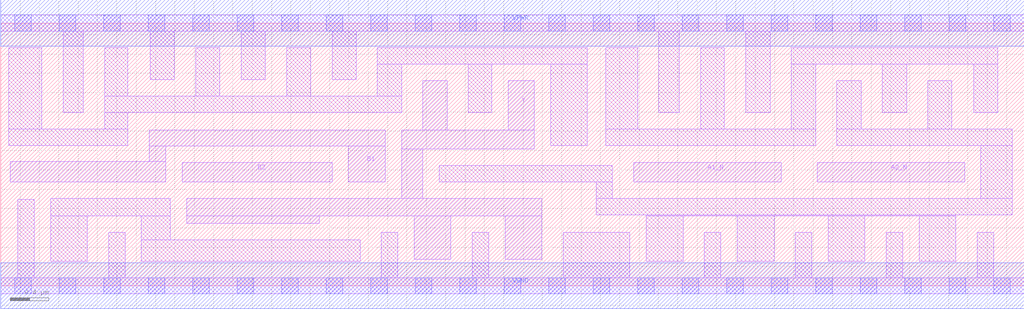
<source format=lef>
# Copyright 2020 The SkyWater PDK Authors
#
# Licensed under the Apache License, Version 2.0 (the "License");
# you may not use this file except in compliance with the License.
# You may obtain a copy of the License at
#
#     https://www.apache.org/licenses/LICENSE-2.0
#
# Unless required by applicable law or agreed to in writing, software
# distributed under the License is distributed on an "AS IS" BASIS,
# WITHOUT WARRANTIES OR CONDITIONS OF ANY KIND, either express or implied.
# See the License for the specific language governing permissions and
# limitations under the License.
#
# SPDX-License-Identifier: Apache-2.0

VERSION 5.7 ;
BUSBITCHARS "[]" ;
DIVIDERCHAR "/" ;
PROPERTYDEFINITIONS
  MACRO maskLayoutSubType STRING ;
  MACRO prCellType STRING ;
  MACRO originalViewName STRING ;
END PROPERTYDEFINITIONS
MACRO sky130_fd_sc_hdll__a2bb2oi_4
  ORIGIN  0.000000  0.000000 ;
  CLASS CORE ;
  SYMMETRY X Y R90 ;
  SIZE  10.58000 BY  2.720000 ;
  SITE unithd ;
  PIN A1_N
    ANTENNAGATEAREA  1.110000 ;
    DIRECTION INPUT ;
    USE SIGNAL ;
    PORT
      LAYER li1 ;
        RECT 6.545000 1.075000 8.070000 1.275000 ;
    END
  END A1_N
  PIN A2_N
    ANTENNAGATEAREA  1.110000 ;
    DIRECTION INPUT ;
    USE SIGNAL ;
    PORT
      LAYER li1 ;
        RECT 8.440000 1.075000 9.965000 1.275000 ;
    END
  END A2_N
  PIN B1
    ANTENNAGATEAREA  1.110000 ;
    DIRECTION INPUT ;
    USE SIGNAL ;
    PORT
      LAYER li1 ;
        RECT 0.100000 1.075000 1.705000 1.285000 ;
        RECT 1.535000 1.285000 1.705000 1.445000 ;
        RECT 1.535000 1.445000 3.975000 1.615000 ;
        RECT 3.595000 1.075000 3.975000 1.445000 ;
    END
  END B1
  PIN B2
    ANTENNAGATEAREA  1.110000 ;
    DIRECTION INPUT ;
    USE SIGNAL ;
    PORT
      LAYER li1 ;
        RECT 1.875000 1.075000 3.425000 1.275000 ;
    END
  END B2
  PIN VGND
    DIRECTION INOUT ;
    USE SIGNAL ;
    PORT
      LAYER met1 ;
        RECT 0.000000 -0.240000 10.580000 0.240000 ;
    END
  END VGND
  PIN VPWR
    DIRECTION INOUT ;
    USE SIGNAL ;
    PORT
      LAYER met1 ;
        RECT 0.000000 2.480000 10.580000 2.960000 ;
    END
  END VPWR
  PIN Y
    ANTENNADIFFAREA  1.477000 ;
    DIRECTION OUTPUT ;
    USE SIGNAL ;
    PORT
      LAYER li1 ;
        RECT 1.925000 0.645000 3.295000 0.725000 ;
        RECT 1.925000 0.725000 5.595000 0.905000 ;
        RECT 4.145000 0.905000 4.365000 1.415000 ;
        RECT 4.145000 1.415000 5.515000 1.615000 ;
        RECT 4.275000 0.275000 4.655000 0.725000 ;
        RECT 4.365000 1.615000 4.615000 2.125000 ;
        RECT 5.215000 0.275000 5.595000 0.725000 ;
        RECT 5.245000 1.615000 5.515000 2.125000 ;
    END
  END Y
  OBS
    LAYER li1 ;
      RECT  0.000000 -0.085000 10.580000 0.085000 ;
      RECT  0.000000  2.635000 10.580000 2.805000 ;
      RECT  0.085000  1.455000  1.315000 1.625000 ;
      RECT  0.085000  1.625000  0.425000 2.465000 ;
      RECT  0.175000  0.085000  0.345000 0.895000 ;
      RECT  0.515000  0.255000  0.895000 0.725000 ;
      RECT  0.515000  0.725000  1.755000 0.905000 ;
      RECT  0.645000  1.795000  0.855000 2.635000 ;
      RECT  1.075000  1.625000  1.315000 1.795000 ;
      RECT  1.075000  1.795000  4.145000 1.965000 ;
      RECT  1.075000  1.965000  1.315000 2.465000 ;
      RECT  1.115000  0.085000  1.285000 0.555000 ;
      RECT  1.455000  0.255000  3.715000 0.475000 ;
      RECT  1.455000  0.475000  1.755000 0.725000 ;
      RECT  1.545000  2.135000  1.795000 2.635000 ;
      RECT  2.015000  1.965000  2.265000 2.465000 ;
      RECT  2.485000  2.135000  2.735000 2.635000 ;
      RECT  2.955000  1.965000  3.205000 2.465000 ;
      RECT  3.425000  2.135000  3.675000 2.635000 ;
      RECT  3.895000  1.965000  4.145000 2.295000 ;
      RECT  3.895000  2.295000  6.065000 2.465000 ;
      RECT  3.935000  0.085000  4.105000 0.555000 ;
      RECT  4.535000  1.075000  6.325000 1.245000 ;
      RECT  4.835000  1.795000  5.075000 2.295000 ;
      RECT  4.875000  0.085000  5.045000 0.555000 ;
      RECT  5.685000  1.455000  6.065000 2.295000 ;
      RECT  5.815000  0.085000  6.505000 0.555000 ;
      RECT  6.155000  0.735000 10.460000 0.905000 ;
      RECT  6.155000  0.905000  6.325000 1.075000 ;
      RECT  6.255000  1.455000  8.425000 1.625000 ;
      RECT  6.255000  1.625000  6.585000 2.465000 ;
      RECT  6.675000  0.255000  7.055000 0.725000 ;
      RECT  6.675000  0.725000  9.875000 0.735000 ;
      RECT  6.805000  1.795000  7.015000 2.635000 ;
      RECT  7.240000  1.625000  7.480000 2.465000 ;
      RECT  7.275000  0.085000  7.445000 0.555000 ;
      RECT  7.615000  0.255000  7.995000 0.725000 ;
      RECT  7.705000  1.795000  7.955000 2.635000 ;
      RECT  8.175000  1.625000  8.425000 2.295000 ;
      RECT  8.175000  2.295000 10.310000 2.465000 ;
      RECT  8.215000  0.085000  8.385000 0.555000 ;
      RECT  8.555000  0.255000  8.935000 0.725000 ;
      RECT  8.645000  1.455000 10.460000 1.625000 ;
      RECT  8.645000  1.625000  8.895000 2.125000 ;
      RECT  9.115000  1.795000  9.365000 2.295000 ;
      RECT  9.155000  0.085000  9.325000 0.555000 ;
      RECT  9.495000  0.255000  9.875000 0.725000 ;
      RECT  9.585000  1.625000  9.835000 2.125000 ;
      RECT 10.060000  1.795000 10.310000 2.295000 ;
      RECT 10.095000  0.085000 10.265000 0.555000 ;
      RECT 10.135000  0.905000 10.460000 1.455000 ;
    LAYER mcon ;
      RECT  0.145000 -0.085000  0.315000 0.085000 ;
      RECT  0.145000  2.635000  0.315000 2.805000 ;
      RECT  0.605000 -0.085000  0.775000 0.085000 ;
      RECT  0.605000  2.635000  0.775000 2.805000 ;
      RECT  1.065000 -0.085000  1.235000 0.085000 ;
      RECT  1.065000  2.635000  1.235000 2.805000 ;
      RECT  1.525000 -0.085000  1.695000 0.085000 ;
      RECT  1.525000  2.635000  1.695000 2.805000 ;
      RECT  1.985000 -0.085000  2.155000 0.085000 ;
      RECT  1.985000  2.635000  2.155000 2.805000 ;
      RECT  2.445000 -0.085000  2.615000 0.085000 ;
      RECT  2.445000  2.635000  2.615000 2.805000 ;
      RECT  2.905000 -0.085000  3.075000 0.085000 ;
      RECT  2.905000  2.635000  3.075000 2.805000 ;
      RECT  3.365000 -0.085000  3.535000 0.085000 ;
      RECT  3.365000  2.635000  3.535000 2.805000 ;
      RECT  3.825000 -0.085000  3.995000 0.085000 ;
      RECT  3.825000  2.635000  3.995000 2.805000 ;
      RECT  4.285000 -0.085000  4.455000 0.085000 ;
      RECT  4.285000  2.635000  4.455000 2.805000 ;
      RECT  4.745000 -0.085000  4.915000 0.085000 ;
      RECT  4.745000  2.635000  4.915000 2.805000 ;
      RECT  5.205000 -0.085000  5.375000 0.085000 ;
      RECT  5.205000  2.635000  5.375000 2.805000 ;
      RECT  5.665000 -0.085000  5.835000 0.085000 ;
      RECT  5.665000  2.635000  5.835000 2.805000 ;
      RECT  6.125000 -0.085000  6.295000 0.085000 ;
      RECT  6.125000  2.635000  6.295000 2.805000 ;
      RECT  6.585000 -0.085000  6.755000 0.085000 ;
      RECT  6.585000  2.635000  6.755000 2.805000 ;
      RECT  7.045000 -0.085000  7.215000 0.085000 ;
      RECT  7.045000  2.635000  7.215000 2.805000 ;
      RECT  7.505000 -0.085000  7.675000 0.085000 ;
      RECT  7.505000  2.635000  7.675000 2.805000 ;
      RECT  7.965000 -0.085000  8.135000 0.085000 ;
      RECT  7.965000  2.635000  8.135000 2.805000 ;
      RECT  8.425000 -0.085000  8.595000 0.085000 ;
      RECT  8.425000  2.635000  8.595000 2.805000 ;
      RECT  8.885000 -0.085000  9.055000 0.085000 ;
      RECT  8.885000  2.635000  9.055000 2.805000 ;
      RECT  9.345000 -0.085000  9.515000 0.085000 ;
      RECT  9.345000  2.635000  9.515000 2.805000 ;
      RECT  9.805000 -0.085000  9.975000 0.085000 ;
      RECT  9.805000  2.635000  9.975000 2.805000 ;
      RECT 10.265000 -0.085000 10.435000 0.085000 ;
      RECT 10.265000  2.635000 10.435000 2.805000 ;
  END
  PROPERTY maskLayoutSubType "abstract" ;
  PROPERTY prCellType "standard" ;
  PROPERTY originalViewName "layout" ;
END sky130_fd_sc_hdll__a2bb2oi_4

</source>
